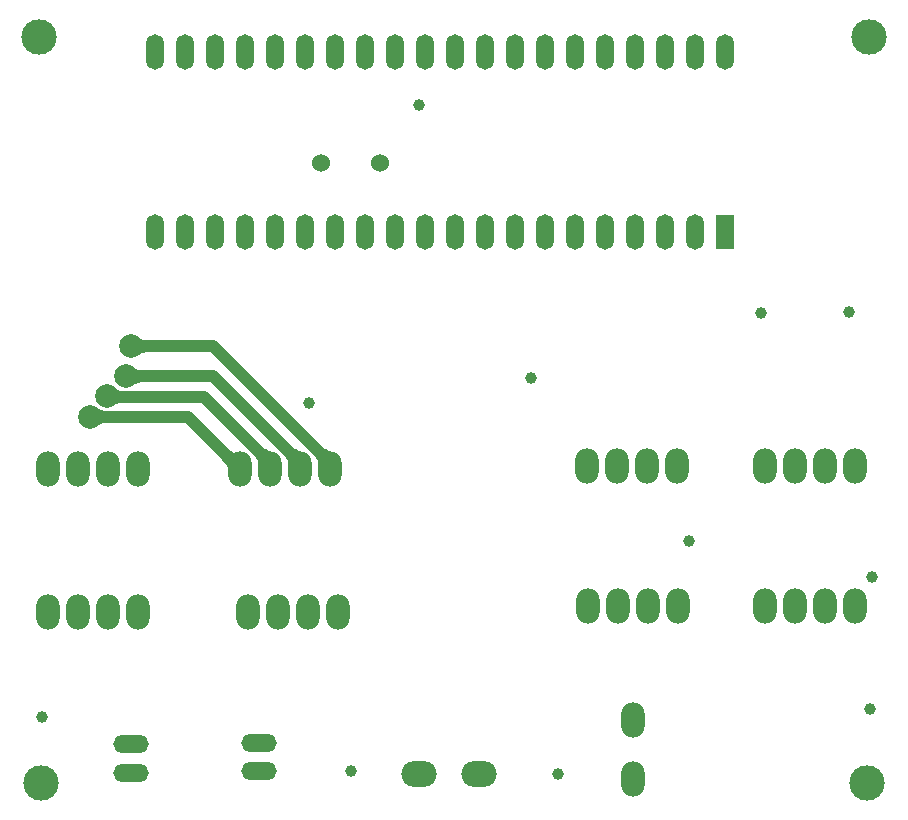
<source format=gbl>
G04*
G04 #@! TF.GenerationSoftware,Altium Limited,Altium Designer,22.9.1 (49)*
G04*
G04 Layer_Physical_Order=2*
G04 Layer_Color=16711680*
%FSLAX44Y44*%
%MOMM*%
G71*
G04*
G04 #@! TF.SameCoordinates,248AC2EE-2185-46B6-B0B3-A36349E764D8*
G04*
G04*
G04 #@! TF.FilePolarity,Positive*
G04*
G01*
G75*
%ADD27C,1.0000*%
%ADD30O,2.0000X3.0000*%
%ADD31O,2.0000X3.0000*%
%ADD32O,3.0000X1.5240*%
%ADD33O,3.0000X2.2000*%
%ADD34R,1.5080X3.0000*%
%ADD35O,1.5080X3.0000*%
%ADD36C,1.5240*%
%ADD37C,1.0000*%
%ADD38C,2.0000*%
%ADD39C,3.0000*%
G36*
X90860Y339170D02*
X89785Y339150D01*
X87849Y338990D01*
X86989Y338850D01*
X86201Y338670D01*
X85485Y338450D01*
X84841Y338190D01*
X84270Y337890D01*
X83770Y337550D01*
X83341Y337170D01*
Y351170D01*
X83770Y350790D01*
X84270Y350450D01*
X84841Y350150D01*
X85485Y349890D01*
X86201Y349670D01*
X86989Y349490D01*
X87849Y349350D01*
X88781Y349250D01*
X90860Y349170D01*
Y339170D01*
D02*
G37*
G36*
X104147Y355920D02*
X103067Y355903D01*
X101119Y355770D01*
X100253Y355653D01*
X99457Y355503D01*
X98734Y355319D01*
X98081Y355103D01*
X97500Y354852D01*
X96991Y354569D01*
X96552Y354252D01*
X97994Y368177D01*
X98391Y367748D01*
X98863Y367365D01*
X99411Y367026D01*
X100033Y366733D01*
X100731Y366484D01*
X101504Y366281D01*
X102352Y366123D01*
X103276Y366010D01*
X104274Y365942D01*
X105348Y365920D01*
X104147Y355920D01*
D02*
G37*
G36*
X121340Y373460D02*
X120265Y373440D01*
X118329Y373280D01*
X117469Y373140D01*
X116681Y372960D01*
X115965Y372740D01*
X115322Y372480D01*
X114749Y372180D01*
X114249Y371840D01*
X113821Y371460D01*
Y385460D01*
X114249Y385080D01*
X114749Y384740D01*
X115322Y384440D01*
X115965Y384180D01*
X116681Y383960D01*
X117469Y383780D01*
X118329Y383640D01*
X119261Y383540D01*
X121340Y383460D01*
Y373460D01*
D02*
G37*
G36*
X125150Y398860D02*
X124075Y398840D01*
X122139Y398680D01*
X121279Y398540D01*
X120491Y398360D01*
X119775Y398140D01*
X119131Y397880D01*
X118560Y397580D01*
X118060Y397240D01*
X117631Y396860D01*
Y410860D01*
X118060Y410480D01*
X118560Y410140D01*
X119131Y409840D01*
X119775Y409580D01*
X120491Y409360D01*
X121279Y409180D01*
X122139Y409040D01*
X123071Y408940D01*
X125150Y408860D01*
Y398860D01*
D02*
G37*
G36*
X190183Y319808D02*
X192092Y317969D01*
X195453Y315172D01*
X196904Y314214D01*
X198203Y313549D01*
X199349Y313178D01*
X200342Y313100D01*
X201183Y313316D01*
X201871Y313826D01*
X202406Y314629D01*
X193213Y295596D01*
X193528Y296618D01*
X193557Y297786D01*
X193300Y299099D01*
X192757Y300557D01*
X191927Y302161D01*
X190811Y303911D01*
X189409Y305806D01*
X187721Y307847D01*
X183485Y312364D01*
X190183Y319808D01*
D02*
G37*
G36*
X218961Y321430D02*
X220224Y320215D01*
X222680Y318135D01*
X223874Y317271D01*
X225044Y316524D01*
X226192Y315894D01*
X227317Y315381D01*
X228419Y314985D01*
X229498Y314707D01*
X230554Y314545D01*
X218613Y300596D01*
X219130Y301416D01*
X219383Y302360D01*
X219371Y303428D01*
X219096Y304619D01*
X218556Y305933D01*
X217751Y307371D01*
X216682Y308933D01*
X215349Y310618D01*
X213752Y312427D01*
X211890Y314359D01*
X218961Y321430D01*
D02*
G37*
G36*
X244361D02*
X245623Y320215D01*
X248080Y318135D01*
X249274Y317271D01*
X250445Y316524D01*
X251592Y315894D01*
X252717Y315381D01*
X253819Y314985D01*
X254898Y314707D01*
X255954Y314545D01*
X244013Y300596D01*
X244530Y301416D01*
X244783Y302360D01*
X244771Y303428D01*
X244496Y304619D01*
X243956Y305933D01*
X243151Y307371D01*
X242082Y308933D01*
X240749Y310618D01*
X239152Y312427D01*
X237290Y314359D01*
X244361Y321430D01*
D02*
G37*
G36*
X269761D02*
X271024Y320215D01*
X273480Y318135D01*
X274674Y317271D01*
X275844Y316524D01*
X276992Y315894D01*
X278117Y315381D01*
X279219Y314985D01*
X280298Y314707D01*
X281354Y314545D01*
X269413Y300596D01*
X269930Y301416D01*
X270183Y302360D01*
X270172Y303428D01*
X269896Y304619D01*
X269356Y305933D01*
X268551Y307371D01*
X267482Y308933D01*
X266149Y310618D01*
X264552Y312427D01*
X262690Y314359D01*
X269761Y321430D01*
D02*
G37*
D27*
X180260Y403860D02*
X279400Y304720D01*
X110490Y403860D02*
X180260D01*
X279400Y299720D02*
Y304720D01*
X180260Y378460D02*
X254000Y304720D01*
Y299720D02*
Y304720D01*
X106680Y378460D02*
X180260D01*
X90170Y361950D02*
X91200Y360920D01*
X172400D02*
X228600Y304720D01*
Y299720D02*
Y304720D01*
X91200Y360920D02*
X172400D01*
X198581Y306633D02*
X203200Y302014D01*
X76200Y344170D02*
X158750D01*
X203200Y299720D02*
Y302014D01*
X196287Y306633D02*
X198581D01*
X158750Y344170D02*
X196287Y306633D01*
D30*
X40149Y299720D02*
D03*
X65549D02*
D03*
X90949D02*
D03*
X116349D02*
D03*
X40640Y179070D02*
D03*
X66040D02*
D03*
X91440D02*
D03*
X116840D02*
D03*
X279400Y299720D02*
D03*
X254000D02*
D03*
X228600D02*
D03*
X203200D02*
D03*
X285750Y179070D02*
D03*
X260350D02*
D03*
X234950D02*
D03*
X209550D02*
D03*
X572770Y302260D02*
D03*
X547370D02*
D03*
X521970D02*
D03*
X496570D02*
D03*
X497349Y184150D02*
D03*
X522749D02*
D03*
X548149D02*
D03*
X573549D02*
D03*
X647700D02*
D03*
X673100D02*
D03*
X698500D02*
D03*
X723900D02*
D03*
X647700Y302260D02*
D03*
X673100D02*
D03*
X698500D02*
D03*
X723900D02*
D03*
D31*
X535940Y87230D02*
D03*
Y37230D02*
D03*
D32*
X218670Y68060D02*
D03*
X218760Y44100D02*
D03*
X110720Y66790D02*
D03*
X110810Y42830D02*
D03*
D33*
X405130Y41910D02*
D03*
X354330D02*
D03*
D34*
X613410Y500380D02*
D03*
D35*
X588010D02*
D03*
X562610D02*
D03*
X537210D02*
D03*
X511810D02*
D03*
X486410D02*
D03*
X461010D02*
D03*
X435610D02*
D03*
X410210D02*
D03*
X384810D02*
D03*
X359410D02*
D03*
X334010D02*
D03*
X308610D02*
D03*
X283210D02*
D03*
X257810D02*
D03*
X232410D02*
D03*
X207010D02*
D03*
X181610D02*
D03*
X156210D02*
D03*
X130810D02*
D03*
Y652780D02*
D03*
X156210D02*
D03*
X181610D02*
D03*
X207010D02*
D03*
X232410D02*
D03*
X257810D02*
D03*
X283210D02*
D03*
X308610D02*
D03*
X334010D02*
D03*
X359410D02*
D03*
X384810D02*
D03*
X410210D02*
D03*
X435610D02*
D03*
X461010D02*
D03*
X486410D02*
D03*
X511810D02*
D03*
X537210D02*
D03*
X562610D02*
D03*
X588010D02*
D03*
X613410D02*
D03*
D36*
X271780Y558800D02*
D03*
X321820D02*
D03*
D37*
X354330Y608330D02*
D03*
X449580Y377190D02*
D03*
X582930Y238760D02*
D03*
X472440Y41910D02*
D03*
X297180Y44450D02*
D03*
X736600Y96520D02*
D03*
X35560Y90170D02*
D03*
X261620Y355600D02*
D03*
X643890Y431800D02*
D03*
X718820Y433070D02*
D03*
X737870Y208280D02*
D03*
D38*
X110490Y403860D02*
D03*
X106680Y378460D02*
D03*
X90170Y361950D02*
D03*
X76200Y344170D02*
D03*
D39*
X734060Y34290D02*
D03*
X34290D02*
D03*
X33020Y665480D02*
D03*
X735330D02*
D03*
M02*

</source>
